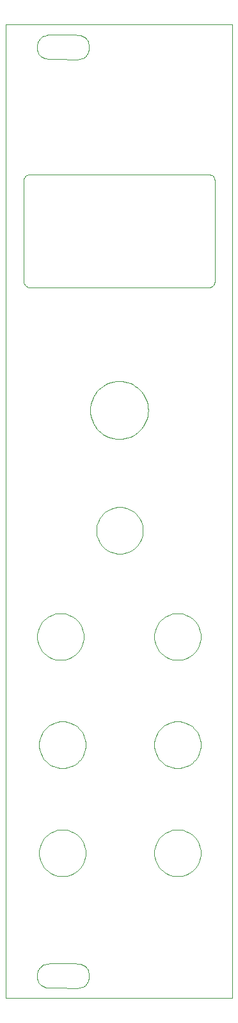
<source format=gbr>
%TF.GenerationSoftware,KiCad,Pcbnew,8.0.8*%
%TF.CreationDate,2025-01-17T16:13:05-03:00*%
%TF.ProjectId,DQ-Panel,44512d50-616e-4656-9c2e-6b696361645f,rev?*%
%TF.SameCoordinates,Original*%
%TF.FileFunction,Profile,NP*%
%FSLAX46Y46*%
G04 Gerber Fmt 4.6, Leading zero omitted, Abs format (unit mm)*
G04 Created by KiCad (PCBNEW 8.0.8) date 2025-01-17 16:13:05*
%MOMM*%
%LPD*%
G01*
G04 APERTURE LIST*
%TA.AperFunction,Profile*%
%ADD10C,0.100000*%
%TD*%
G04 APERTURE END LIST*
D10*
X42890430Y-30900280D02*
X42629330Y-30908680D01*
X42629330Y-30908680D02*
X42389430Y-30933180D01*
X42389430Y-30933180D02*
X42170130Y-30973080D01*
X42170130Y-30973080D02*
X41970730Y-31027580D01*
X41970730Y-31027580D02*
X41790730Y-31095780D01*
X41790730Y-31095780D02*
X41629630Y-31176880D01*
X41629630Y-31176880D02*
X41486630Y-31270180D01*
X41486630Y-31270180D02*
X41361230Y-31374680D01*
X41361230Y-31374680D02*
X41252730Y-31489680D01*
X41252730Y-31489680D02*
X41160730Y-31614380D01*
X41160730Y-31614380D02*
X41084530Y-31747880D01*
X41084530Y-31747880D02*
X41023530Y-31889480D01*
X41023530Y-31889480D02*
X40977130Y-32038280D01*
X40977130Y-32038280D02*
X40944630Y-32193480D01*
X40944630Y-32193480D02*
X40919430Y-32519780D01*
X40919430Y-32519780D02*
X40940330Y-32846180D01*
X40940330Y-32846180D02*
X41008530Y-33150180D01*
X41008530Y-33150180D02*
X41063130Y-33291780D01*
X41063130Y-33291780D02*
X41132730Y-33425280D01*
X41132730Y-33425280D02*
X41218430Y-33549980D01*
X41218430Y-33549980D02*
X41321330Y-33664980D01*
X41321330Y-33664980D02*
X41442430Y-33769480D01*
X41442430Y-33769480D02*
X41582830Y-33862780D01*
X41582830Y-33862780D02*
X41743630Y-33943880D01*
X41743630Y-33943880D02*
X41925830Y-34012080D01*
X41925830Y-34012080D02*
X42130630Y-34066580D01*
X42130630Y-34066580D02*
X42358930Y-34106480D01*
X42358930Y-34106480D02*
X42611830Y-34130980D01*
X42611830Y-34130980D02*
X42890430Y-34139380D01*
X42890430Y-34139380D02*
X44239030Y-34140580D01*
X44239030Y-34140580D02*
X45528130Y-34161580D01*
X45528130Y-34161580D02*
X45534430Y-34161580D01*
X45534430Y-34161580D02*
X46201430Y-34155780D01*
X46201430Y-34155780D02*
X46557730Y-34129780D01*
X46557730Y-34129780D02*
X46874030Y-34052280D01*
X46874030Y-34052280D02*
X47016330Y-33994380D01*
X47016330Y-33994380D02*
X47147830Y-33923680D01*
X47147830Y-33923680D02*
X47268130Y-33840480D01*
X47268130Y-33840480D02*
X47377030Y-33744680D01*
X47377030Y-33744680D02*
X47474130Y-33636380D01*
X47474130Y-33636380D02*
X47559230Y-33515580D01*
X47559230Y-33515580D02*
X47631930Y-33382580D01*
X47631930Y-33382580D02*
X47692130Y-33237180D01*
X47692130Y-33237180D02*
X47739430Y-33079580D01*
X47739430Y-33079580D02*
X47773630Y-32909780D01*
X47773630Y-32909780D02*
X47801230Y-32534080D01*
X47801230Y-32534080D02*
X47785930Y-32261980D01*
X47785930Y-32261980D02*
X47741930Y-32021880D01*
X47741930Y-32021880D02*
X47671730Y-31811780D01*
X47671730Y-31811780D02*
X47578130Y-31629580D01*
X47578130Y-31629580D02*
X47463730Y-31473380D01*
X47463730Y-31473380D02*
X47331230Y-31341280D01*
X47331230Y-31341280D02*
X47183330Y-31231080D01*
X47183330Y-31231080D02*
X47022730Y-31140880D01*
X47022730Y-31140880D02*
X46852030Y-31068780D01*
X46852030Y-31068780D02*
X46673830Y-31012580D01*
X46673830Y-31012580D02*
X46306130Y-30940380D01*
X46306130Y-30940380D02*
X45940930Y-30908280D01*
X45940930Y-30908280D02*
X45599630Y-30900280D01*
X45599630Y-30900280D02*
X44264130Y-30900780D01*
X44264130Y-30900780D02*
X42890430Y-30900280D01*
X42890430Y-30900280D02*
X42890430Y-30900280D01*
X42890430Y-30900280D02*
X42890430Y-30900280D01*
X42890430Y-153418830D02*
X42629330Y-153427830D01*
X42629330Y-153427830D02*
X42389430Y-153451830D01*
X42389430Y-153451830D02*
X42170130Y-153491830D01*
X42170130Y-153491830D02*
X41970730Y-153546830D01*
X41970730Y-153546830D02*
X41790730Y-153614830D01*
X41790730Y-153614830D02*
X41629630Y-153695830D01*
X41629630Y-153695830D02*
X41486630Y-153788830D01*
X41486630Y-153788830D02*
X41361230Y-153893830D01*
X41361230Y-153893830D02*
X41252730Y-154008830D01*
X41252730Y-154008830D02*
X41160730Y-154132830D01*
X41160730Y-154132830D02*
X41084530Y-154266830D01*
X41084530Y-154266830D02*
X41023530Y-154408830D01*
X41023530Y-154408830D02*
X40977130Y-154556830D01*
X40977130Y-154556830D02*
X40944630Y-154711830D01*
X40944630Y-154711830D02*
X40919430Y-155038830D01*
X40919430Y-155038830D02*
X40940330Y-155364830D01*
X40940330Y-155364830D02*
X41008530Y-155668830D01*
X41008530Y-155668830D02*
X41063130Y-155810830D01*
X41063130Y-155810830D02*
X41132730Y-155943830D01*
X41132730Y-155943830D02*
X41218430Y-156068830D01*
X41218430Y-156068830D02*
X41321330Y-156183830D01*
X41321330Y-156183830D02*
X41442430Y-156288830D01*
X41442430Y-156288830D02*
X41582830Y-156381830D01*
X41582830Y-156381830D02*
X41743630Y-156462830D01*
X41743630Y-156462830D02*
X41925830Y-156530830D01*
X41925830Y-156530830D02*
X42130630Y-156585830D01*
X42130630Y-156585830D02*
X42358930Y-156624830D01*
X42358930Y-156624830D02*
X42611830Y-156649830D01*
X42611830Y-156649830D02*
X42890430Y-156657830D01*
X42890430Y-156657830D02*
X44239030Y-156658830D01*
X44239030Y-156658830D02*
X45528130Y-156679830D01*
X45528130Y-156679830D02*
X45534430Y-156679830D01*
X45534430Y-156679830D02*
X46201430Y-156673830D01*
X46201430Y-156673830D02*
X46557730Y-156647830D01*
X46557730Y-156647830D02*
X46874030Y-156570830D01*
X46874030Y-156570830D02*
X47016330Y-156512830D01*
X47016330Y-156512830D02*
X47147830Y-156441830D01*
X47147830Y-156441830D02*
X47268130Y-156358830D01*
X47268130Y-156358830D02*
X47377030Y-156262830D01*
X47377030Y-156262830D02*
X47474130Y-156154830D01*
X47474130Y-156154830D02*
X47559230Y-156033830D01*
X47559230Y-156033830D02*
X47631930Y-155900830D01*
X47631930Y-155900830D02*
X47692130Y-155755830D01*
X47692130Y-155755830D02*
X47739430Y-155597830D01*
X47739430Y-155597830D02*
X47773630Y-155427830D01*
X47773630Y-155427830D02*
X47801230Y-155052830D01*
X47801230Y-155052830D02*
X47785930Y-154780830D01*
X47785930Y-154780830D02*
X47741930Y-154540830D01*
X47741930Y-154540830D02*
X47671730Y-154329830D01*
X47671730Y-154329830D02*
X47578130Y-154147830D01*
X47578130Y-154147830D02*
X47463730Y-153991830D01*
X47463730Y-153991830D02*
X47331230Y-153859830D01*
X47331230Y-153859830D02*
X47183330Y-153749830D01*
X47183330Y-153749830D02*
X47022730Y-153659830D01*
X47022730Y-153659830D02*
X46852030Y-153586830D01*
X46852030Y-153586830D02*
X46673830Y-153530830D01*
X46673830Y-153530830D02*
X46306130Y-153458830D01*
X46306130Y-153458830D02*
X45940930Y-153426830D01*
X45940930Y-153426830D02*
X45599630Y-153418830D01*
X45599630Y-153418830D02*
X44264130Y-153418830D01*
X44264130Y-153418830D02*
X42890430Y-153418830D01*
X42890430Y-153418830D02*
X42890430Y-153418830D01*
X42890430Y-153418830D02*
X42890430Y-153418830D01*
X55616430Y-80433130D02*
X55597830Y-80811330D01*
X55597830Y-80811330D02*
X55542330Y-81183230D01*
X55542330Y-81183230D02*
X55451130Y-81545230D01*
X55451130Y-81545230D02*
X55325230Y-81897230D01*
X55325230Y-81897230D02*
X55165830Y-82234330D01*
X55165830Y-82234330D02*
X54973830Y-82555230D01*
X54973830Y-82555230D02*
X54750130Y-82857530D01*
X54750130Y-82857530D02*
X54496230Y-83137430D01*
X54496230Y-83137430D02*
X54215530Y-83392430D01*
X54215530Y-83392430D02*
X53913530Y-83616230D01*
X53913530Y-83616230D02*
X53592630Y-83807830D01*
X53592630Y-83807830D02*
X53255230Y-83967130D01*
X53255230Y-83967130D02*
X52903830Y-84092730D01*
X52903830Y-84092730D02*
X52541130Y-84184730D01*
X52541130Y-84184730D02*
X52169430Y-84239530D01*
X52169430Y-84239530D02*
X51791430Y-84258130D01*
X51791430Y-84258130D02*
X51413430Y-84239530D01*
X51413430Y-84239530D02*
X51041730Y-84184730D01*
X51041730Y-84184730D02*
X50679030Y-84092730D01*
X50679030Y-84092730D02*
X50327630Y-83967130D01*
X50327630Y-83967130D02*
X49990230Y-83807830D01*
X49990230Y-83807830D02*
X49669330Y-83616230D01*
X49669330Y-83616230D02*
X49367330Y-83392430D01*
X49367330Y-83392430D02*
X49086730Y-83137430D01*
X49086730Y-83137430D02*
X48832730Y-82857530D01*
X48832730Y-82857530D02*
X48609030Y-82555230D01*
X48609030Y-82555230D02*
X48417130Y-82234330D01*
X48417130Y-82234330D02*
X48257630Y-81897230D01*
X48257630Y-81897230D02*
X48131730Y-81545230D01*
X48131730Y-81545230D02*
X48040530Y-81183230D01*
X48040530Y-81183230D02*
X47985130Y-80811330D01*
X47985130Y-80811330D02*
X47966430Y-80433130D01*
X47966430Y-80433130D02*
X47985130Y-80054930D01*
X47985130Y-80054930D02*
X48040530Y-79683130D01*
X48040530Y-79683130D02*
X48131730Y-79321030D01*
X48131730Y-79321030D02*
X48257630Y-78969030D01*
X48257630Y-78969030D02*
X48417130Y-78632030D01*
X48417130Y-78632030D02*
X48609030Y-78311030D01*
X48609030Y-78311030D02*
X48832730Y-78008730D01*
X48832730Y-78008730D02*
X49086730Y-77728930D01*
X49086730Y-77728930D02*
X49367330Y-77475130D01*
X49367330Y-77475130D02*
X49669330Y-77251230D01*
X49669330Y-77251230D02*
X49990230Y-77058430D01*
X49990230Y-77058430D02*
X50327630Y-76899230D01*
X50327630Y-76899230D02*
X50679030Y-76773530D01*
X50679030Y-76773530D02*
X51041730Y-76682730D01*
X51041730Y-76682730D02*
X51413430Y-76626830D01*
X51413430Y-76626830D02*
X51791430Y-76608130D01*
X51791430Y-76608130D02*
X52169430Y-76626830D01*
X52169430Y-76626830D02*
X52541130Y-76682730D01*
X52541130Y-76682730D02*
X52903830Y-76773530D01*
X52903830Y-76773530D02*
X53255230Y-76899230D01*
X53255230Y-76899230D02*
X53592630Y-77058430D01*
X53592630Y-77058430D02*
X53913530Y-77251230D01*
X53913530Y-77251230D02*
X54215530Y-77475130D01*
X54215530Y-77475130D02*
X54496230Y-77728930D01*
X54496230Y-77728930D02*
X54750130Y-78008730D01*
X54750130Y-78008730D02*
X54973830Y-78311030D01*
X54973830Y-78311030D02*
X55165830Y-78632030D01*
X55165830Y-78632030D02*
X55325230Y-78969030D01*
X55325230Y-78969030D02*
X55451130Y-79321030D01*
X55451130Y-79321030D02*
X55542330Y-79683130D01*
X55542330Y-79683130D02*
X55597830Y-80054930D01*
X55597830Y-80054930D02*
X55616430Y-80433130D01*
X55616430Y-80433130D02*
X55616430Y-80433130D01*
X36817830Y-29564830D02*
X66767830Y-29564830D01*
X66767830Y-29564830D02*
X66767830Y-158014830D01*
X66767830Y-158014830D02*
X36817830Y-158014830D01*
X36817830Y-158014830D02*
X36817830Y-29564830D01*
X36817830Y-29564830D02*
X36817830Y-29564830D01*
X62589430Y-138849830D02*
X62574430Y-139153830D01*
X62574430Y-139153830D02*
X62529830Y-139452830D01*
X62529830Y-139452830D02*
X62456530Y-139743830D01*
X62456530Y-139743830D02*
X62355330Y-140026830D01*
X62355330Y-140026830D02*
X62227130Y-140297830D01*
X62227130Y-140297830D02*
X62072830Y-140555830D01*
X62072830Y-140555830D02*
X61893030Y-140798830D01*
X61893030Y-140798830D02*
X61688830Y-141023830D01*
X61688830Y-141023830D02*
X61463230Y-141228830D01*
X61463230Y-141228830D02*
X61220430Y-141408830D01*
X61220430Y-141408830D02*
X60962430Y-141562830D01*
X60962430Y-141562830D02*
X60691230Y-141690830D01*
X60691230Y-141690830D02*
X60408730Y-141791830D01*
X60408730Y-141791830D02*
X60117130Y-141865830D01*
X60117130Y-141865830D02*
X59818330Y-141909830D01*
X59818330Y-141909830D02*
X59514430Y-141924830D01*
X59514430Y-141924830D02*
X59210530Y-141909830D01*
X59210530Y-141909830D02*
X58911730Y-141865830D01*
X58911730Y-141865830D02*
X58620130Y-141791830D01*
X58620130Y-141791830D02*
X58337630Y-141690830D01*
X58337630Y-141690830D02*
X58066430Y-141562830D01*
X58066430Y-141562830D02*
X57808430Y-141408830D01*
X57808430Y-141408830D02*
X57565630Y-141228830D01*
X57565630Y-141228830D02*
X57340030Y-141023830D01*
X57340030Y-141023830D02*
X57135830Y-140798830D01*
X57135830Y-140798830D02*
X56956030Y-140555830D01*
X56956030Y-140555830D02*
X56801730Y-140297830D01*
X56801730Y-140297830D02*
X56673530Y-140026830D01*
X56673530Y-140026830D02*
X56572330Y-139743830D01*
X56572330Y-139743830D02*
X56499030Y-139452830D01*
X56499030Y-139452830D02*
X56454430Y-139153830D01*
X56454430Y-139153830D02*
X56439430Y-138849830D01*
X56439430Y-138849830D02*
X56454430Y-138545830D01*
X56454430Y-138545830D02*
X56499030Y-138246830D01*
X56499030Y-138246830D02*
X56572330Y-137955830D01*
X56572330Y-137955830D02*
X56673530Y-137672830D01*
X56673530Y-137672830D02*
X56801730Y-137401830D01*
X56801730Y-137401830D02*
X56956030Y-137143830D01*
X56956030Y-137143830D02*
X57135830Y-136900830D01*
X57135830Y-136900830D02*
X57340030Y-136675830D01*
X57340030Y-136675830D02*
X57565630Y-136471830D01*
X57565630Y-136471830D02*
X57808430Y-136291830D01*
X57808430Y-136291830D02*
X58066430Y-136136830D01*
X58066430Y-136136830D02*
X58337630Y-136008830D01*
X58337630Y-136008830D02*
X58620130Y-135907830D01*
X58620130Y-135907830D02*
X58911730Y-135834830D01*
X58911730Y-135834830D02*
X59210530Y-135789830D01*
X59210530Y-135789830D02*
X59514430Y-135774830D01*
X59514430Y-135774830D02*
X59818330Y-135789830D01*
X59818330Y-135789830D02*
X60117130Y-135834830D01*
X60117130Y-135834830D02*
X60408730Y-135907830D01*
X60408730Y-135907830D02*
X60691230Y-136008830D01*
X60691230Y-136008830D02*
X60962430Y-136136830D01*
X60962430Y-136136830D02*
X61220430Y-136291830D01*
X61220430Y-136291830D02*
X61463230Y-136471830D01*
X61463230Y-136471830D02*
X61688830Y-136675830D01*
X61688830Y-136675830D02*
X61893030Y-136900830D01*
X61893030Y-136900830D02*
X62072830Y-137143830D01*
X62072830Y-137143830D02*
X62227130Y-137401830D01*
X62227130Y-137401830D02*
X62355330Y-137672830D01*
X62355330Y-137672830D02*
X62456530Y-137955830D01*
X62456530Y-137955830D02*
X62529830Y-138246830D01*
X62529830Y-138246830D02*
X62574430Y-138545830D01*
X62574430Y-138545830D02*
X62589430Y-138849830D01*
X62589430Y-138849830D02*
X62589430Y-138849830D01*
X47095430Y-110316830D02*
X47080430Y-110620830D01*
X47080430Y-110620830D02*
X47035830Y-110919830D01*
X47035830Y-110919830D02*
X46962530Y-111210830D01*
X46962530Y-111210830D02*
X46861330Y-111493830D01*
X46861330Y-111493830D02*
X46733130Y-111764830D01*
X46733130Y-111764830D02*
X46578830Y-112022830D01*
X46578830Y-112022830D02*
X46399030Y-112265830D01*
X46399030Y-112265830D02*
X46194830Y-112490830D01*
X46194830Y-112490830D02*
X45969230Y-112695830D01*
X45969230Y-112695830D02*
X45726430Y-112875830D01*
X45726430Y-112875830D02*
X45468430Y-113029830D01*
X45468430Y-113029830D02*
X45197230Y-113157830D01*
X45197230Y-113157830D02*
X44914730Y-113258830D01*
X44914730Y-113258830D02*
X44623130Y-113332830D01*
X44623130Y-113332830D02*
X44324330Y-113376830D01*
X44324330Y-113376830D02*
X44020430Y-113391830D01*
X44020430Y-113391830D02*
X43716530Y-113376830D01*
X43716530Y-113376830D02*
X43417730Y-113332830D01*
X43417730Y-113332830D02*
X43126130Y-113258830D01*
X43126130Y-113258830D02*
X42843630Y-113157830D01*
X42843630Y-113157830D02*
X42572430Y-113029830D01*
X42572430Y-113029830D02*
X42314430Y-112875830D01*
X42314430Y-112875830D02*
X42071630Y-112695830D01*
X42071630Y-112695830D02*
X41846030Y-112490830D01*
X41846030Y-112490830D02*
X41641830Y-112265830D01*
X41641830Y-112265830D02*
X41462030Y-112022830D01*
X41462030Y-112022830D02*
X41307730Y-111764830D01*
X41307730Y-111764830D02*
X41179530Y-111493830D01*
X41179530Y-111493830D02*
X41078330Y-111210830D01*
X41078330Y-111210830D02*
X41005030Y-110919830D01*
X41005030Y-110919830D02*
X40960430Y-110620830D01*
X40960430Y-110620830D02*
X40945430Y-110316830D01*
X40945430Y-110316830D02*
X40960430Y-110012830D01*
X40960430Y-110012830D02*
X41005030Y-109713830D01*
X41005030Y-109713830D02*
X41078330Y-109422830D01*
X41078330Y-109422830D02*
X41179530Y-109139830D01*
X41179530Y-109139830D02*
X41307730Y-108868830D01*
X41307730Y-108868830D02*
X41462030Y-108610830D01*
X41462030Y-108610830D02*
X41641830Y-108367830D01*
X41641830Y-108367830D02*
X41846030Y-108142830D01*
X41846030Y-108142830D02*
X42071630Y-107938830D01*
X42071630Y-107938830D02*
X42314430Y-107758830D01*
X42314430Y-107758830D02*
X42572430Y-107603830D01*
X42572430Y-107603830D02*
X42843630Y-107475830D01*
X42843630Y-107475830D02*
X43126130Y-107374830D01*
X43126130Y-107374830D02*
X43417730Y-107301830D01*
X43417730Y-107301830D02*
X43716530Y-107256830D01*
X43716530Y-107256830D02*
X44020430Y-107241830D01*
X44020430Y-107241830D02*
X44324330Y-107256830D01*
X44324330Y-107256830D02*
X44623130Y-107301830D01*
X44623130Y-107301830D02*
X44914730Y-107374830D01*
X44914730Y-107374830D02*
X45197230Y-107475830D01*
X45197230Y-107475830D02*
X45468430Y-107603830D01*
X45468430Y-107603830D02*
X45726430Y-107758830D01*
X45726430Y-107758830D02*
X45969230Y-107938830D01*
X45969230Y-107938830D02*
X46194830Y-108142830D01*
X46194830Y-108142830D02*
X46399030Y-108367830D01*
X46399030Y-108367830D02*
X46578830Y-108610830D01*
X46578830Y-108610830D02*
X46733130Y-108868830D01*
X46733130Y-108868830D02*
X46861330Y-109139830D01*
X46861330Y-109139830D02*
X46962530Y-109422830D01*
X46962530Y-109422830D02*
X47035830Y-109713830D01*
X47035830Y-109713830D02*
X47080430Y-110012830D01*
X47080430Y-110012830D02*
X47095430Y-110316830D01*
X47095430Y-110316830D02*
X47095430Y-110316830D01*
X62589430Y-110316830D02*
X62574430Y-110620830D01*
X62574430Y-110620830D02*
X62529830Y-110919830D01*
X62529830Y-110919830D02*
X62456530Y-111210830D01*
X62456530Y-111210830D02*
X62355330Y-111493830D01*
X62355330Y-111493830D02*
X62227130Y-111764830D01*
X62227130Y-111764830D02*
X62072830Y-112022830D01*
X62072830Y-112022830D02*
X61893030Y-112265830D01*
X61893030Y-112265830D02*
X61688830Y-112490830D01*
X61688830Y-112490830D02*
X61463230Y-112695830D01*
X61463230Y-112695830D02*
X61220430Y-112875830D01*
X61220430Y-112875830D02*
X60962430Y-113029830D01*
X60962430Y-113029830D02*
X60691230Y-113157830D01*
X60691230Y-113157830D02*
X60408730Y-113258830D01*
X60408730Y-113258830D02*
X60117130Y-113332830D01*
X60117130Y-113332830D02*
X59818330Y-113376830D01*
X59818330Y-113376830D02*
X59514430Y-113391830D01*
X59514430Y-113391830D02*
X59210530Y-113376830D01*
X59210530Y-113376830D02*
X58911730Y-113332830D01*
X58911730Y-113332830D02*
X58620130Y-113258830D01*
X58620130Y-113258830D02*
X58337630Y-113157830D01*
X58337630Y-113157830D02*
X58066430Y-113029830D01*
X58066430Y-113029830D02*
X57808430Y-112875830D01*
X57808430Y-112875830D02*
X57565630Y-112695830D01*
X57565630Y-112695830D02*
X57340030Y-112490830D01*
X57340030Y-112490830D02*
X57135830Y-112265830D01*
X57135830Y-112265830D02*
X56956030Y-112022830D01*
X56956030Y-112022830D02*
X56801730Y-111764830D01*
X56801730Y-111764830D02*
X56673530Y-111493830D01*
X56673530Y-111493830D02*
X56572330Y-111210830D01*
X56572330Y-111210830D02*
X56499030Y-110919830D01*
X56499030Y-110919830D02*
X56454430Y-110620830D01*
X56454430Y-110620830D02*
X56439430Y-110316830D01*
X56439430Y-110316830D02*
X56454430Y-110012830D01*
X56454430Y-110012830D02*
X56499030Y-109713830D01*
X56499030Y-109713830D02*
X56572330Y-109422830D01*
X56572330Y-109422830D02*
X56673530Y-109139830D01*
X56673530Y-109139830D02*
X56801730Y-108868830D01*
X56801730Y-108868830D02*
X56956030Y-108610830D01*
X56956030Y-108610830D02*
X57135830Y-108367830D01*
X57135830Y-108367830D02*
X57340030Y-108142830D01*
X57340030Y-108142830D02*
X57565630Y-107938830D01*
X57565630Y-107938830D02*
X57808430Y-107758830D01*
X57808430Y-107758830D02*
X58066430Y-107603830D01*
X58066430Y-107603830D02*
X58337630Y-107475830D01*
X58337630Y-107475830D02*
X58620130Y-107374830D01*
X58620130Y-107374830D02*
X58911730Y-107301830D01*
X58911730Y-107301830D02*
X59210530Y-107256830D01*
X59210530Y-107256830D02*
X59514430Y-107241830D01*
X59514430Y-107241830D02*
X59818330Y-107256830D01*
X59818330Y-107256830D02*
X60117130Y-107301830D01*
X60117130Y-107301830D02*
X60408730Y-107374830D01*
X60408730Y-107374830D02*
X60691230Y-107475830D01*
X60691230Y-107475830D02*
X60962430Y-107603830D01*
X60962430Y-107603830D02*
X61220430Y-107758830D01*
X61220430Y-107758830D02*
X61463230Y-107938830D01*
X61463230Y-107938830D02*
X61688830Y-108142830D01*
X61688830Y-108142830D02*
X61893030Y-108367830D01*
X61893030Y-108367830D02*
X62072830Y-108610830D01*
X62072830Y-108610830D02*
X62227130Y-108868830D01*
X62227130Y-108868830D02*
X62355330Y-109139830D01*
X62355330Y-109139830D02*
X62456530Y-109422830D01*
X62456530Y-109422830D02*
X62529830Y-109713830D01*
X62529830Y-109713830D02*
X62574430Y-110012830D01*
X62574430Y-110012830D02*
X62589430Y-110316830D01*
X62589430Y-110316830D02*
X62589430Y-110316830D01*
X47349430Y-124583130D02*
X47334430Y-124887130D01*
X47334430Y-124887130D02*
X47289830Y-125186130D01*
X47289830Y-125186130D02*
X47216530Y-125477130D01*
X47216530Y-125477130D02*
X47115330Y-125760130D01*
X47115330Y-125760130D02*
X46987130Y-126031130D01*
X46987130Y-126031130D02*
X46832830Y-126289130D01*
X46832830Y-126289130D02*
X46653030Y-126532130D01*
X46653030Y-126532130D02*
X46448830Y-126757130D01*
X46448830Y-126757130D02*
X46223230Y-126962130D01*
X46223230Y-126962130D02*
X45980430Y-127142130D01*
X45980430Y-127142130D02*
X45722430Y-127296130D01*
X45722430Y-127296130D02*
X45451230Y-127424130D01*
X45451230Y-127424130D02*
X45168730Y-127525130D01*
X45168730Y-127525130D02*
X44877130Y-127599130D01*
X44877130Y-127599130D02*
X44578330Y-127643130D01*
X44578330Y-127643130D02*
X44274430Y-127658130D01*
X44274430Y-127658130D02*
X43970530Y-127643130D01*
X43970530Y-127643130D02*
X43671730Y-127599130D01*
X43671730Y-127599130D02*
X43380130Y-127525130D01*
X43380130Y-127525130D02*
X43097630Y-127424130D01*
X43097630Y-127424130D02*
X42826430Y-127296130D01*
X42826430Y-127296130D02*
X42568430Y-127142130D01*
X42568430Y-127142130D02*
X42325630Y-126962130D01*
X42325630Y-126962130D02*
X42100030Y-126757130D01*
X42100030Y-126757130D02*
X41895830Y-126532130D01*
X41895830Y-126532130D02*
X41716030Y-126289130D01*
X41716030Y-126289130D02*
X41561730Y-126031130D01*
X41561730Y-126031130D02*
X41433530Y-125760130D01*
X41433530Y-125760130D02*
X41332330Y-125477130D01*
X41332330Y-125477130D02*
X41259030Y-125186130D01*
X41259030Y-125186130D02*
X41214430Y-124887130D01*
X41214430Y-124887130D02*
X41199430Y-124583130D01*
X41199430Y-124583130D02*
X41214430Y-124279130D01*
X41214430Y-124279130D02*
X41259030Y-123980130D01*
X41259030Y-123980130D02*
X41332330Y-123689130D01*
X41332330Y-123689130D02*
X41433530Y-123406130D01*
X41433530Y-123406130D02*
X41561730Y-123135130D01*
X41561730Y-123135130D02*
X41716030Y-122877130D01*
X41716030Y-122877130D02*
X41895830Y-122634130D01*
X41895830Y-122634130D02*
X42100030Y-122409130D01*
X42100030Y-122409130D02*
X42325630Y-122205130D01*
X42325630Y-122205130D02*
X42568430Y-122025130D01*
X42568430Y-122025130D02*
X42826430Y-121870130D01*
X42826430Y-121870130D02*
X43097630Y-121742130D01*
X43097630Y-121742130D02*
X43380130Y-121641130D01*
X43380130Y-121641130D02*
X43671730Y-121568130D01*
X43671730Y-121568130D02*
X43970530Y-121523130D01*
X43970530Y-121523130D02*
X44274430Y-121508130D01*
X44274430Y-121508130D02*
X44578330Y-121523130D01*
X44578330Y-121523130D02*
X44877130Y-121568130D01*
X44877130Y-121568130D02*
X45168730Y-121641130D01*
X45168730Y-121641130D02*
X45451230Y-121742130D01*
X45451230Y-121742130D02*
X45722430Y-121870130D01*
X45722430Y-121870130D02*
X45980430Y-122025130D01*
X45980430Y-122025130D02*
X46223230Y-122205130D01*
X46223230Y-122205130D02*
X46448830Y-122409130D01*
X46448830Y-122409130D02*
X46653030Y-122634130D01*
X46653030Y-122634130D02*
X46832830Y-122877130D01*
X46832830Y-122877130D02*
X46987130Y-123135130D01*
X46987130Y-123135130D02*
X47115330Y-123406130D01*
X47115330Y-123406130D02*
X47216530Y-123689130D01*
X47216530Y-123689130D02*
X47289830Y-123980130D01*
X47289830Y-123980130D02*
X47334430Y-124279130D01*
X47334430Y-124279130D02*
X47349430Y-124583130D01*
X47349430Y-124583130D02*
X47349430Y-124583130D01*
X62589430Y-124583130D02*
X62574430Y-124887130D01*
X62574430Y-124887130D02*
X62529830Y-125186130D01*
X62529830Y-125186130D02*
X62456530Y-125477130D01*
X62456530Y-125477130D02*
X62355330Y-125760130D01*
X62355330Y-125760130D02*
X62227130Y-126031130D01*
X62227130Y-126031130D02*
X62072830Y-126289130D01*
X62072830Y-126289130D02*
X61893030Y-126532130D01*
X61893030Y-126532130D02*
X61688830Y-126757130D01*
X61688830Y-126757130D02*
X61463230Y-126962130D01*
X61463230Y-126962130D02*
X61220430Y-127142130D01*
X61220430Y-127142130D02*
X60962430Y-127296130D01*
X60962430Y-127296130D02*
X60691230Y-127424130D01*
X60691230Y-127424130D02*
X60408730Y-127525130D01*
X60408730Y-127525130D02*
X60117130Y-127599130D01*
X60117130Y-127599130D02*
X59818330Y-127643130D01*
X59818330Y-127643130D02*
X59514430Y-127658130D01*
X59514430Y-127658130D02*
X59210530Y-127643130D01*
X59210530Y-127643130D02*
X58911730Y-127599130D01*
X58911730Y-127599130D02*
X58620130Y-127525130D01*
X58620130Y-127525130D02*
X58337630Y-127424130D01*
X58337630Y-127424130D02*
X58066430Y-127296130D01*
X58066430Y-127296130D02*
X57808430Y-127142130D01*
X57808430Y-127142130D02*
X57565630Y-126962130D01*
X57565630Y-126962130D02*
X57340030Y-126757130D01*
X57340030Y-126757130D02*
X57135830Y-126532130D01*
X57135830Y-126532130D02*
X56956030Y-126289130D01*
X56956030Y-126289130D02*
X56801730Y-126031130D01*
X56801730Y-126031130D02*
X56673530Y-125760130D01*
X56673530Y-125760130D02*
X56572330Y-125477130D01*
X56572330Y-125477130D02*
X56499030Y-125186130D01*
X56499030Y-125186130D02*
X56454430Y-124887130D01*
X56454430Y-124887130D02*
X56439430Y-124583130D01*
X56439430Y-124583130D02*
X56454430Y-124279130D01*
X56454430Y-124279130D02*
X56499030Y-123980130D01*
X56499030Y-123980130D02*
X56572330Y-123689130D01*
X56572330Y-123689130D02*
X56673530Y-123406130D01*
X56673530Y-123406130D02*
X56801730Y-123135130D01*
X56801730Y-123135130D02*
X56956030Y-122877130D01*
X56956030Y-122877130D02*
X57135830Y-122634130D01*
X57135830Y-122634130D02*
X57340030Y-122409130D01*
X57340030Y-122409130D02*
X57565630Y-122205130D01*
X57565630Y-122205130D02*
X57808430Y-122025130D01*
X57808430Y-122025130D02*
X58066430Y-121870130D01*
X58066430Y-121870130D02*
X58337630Y-121742130D01*
X58337630Y-121742130D02*
X58620130Y-121641130D01*
X58620130Y-121641130D02*
X58911730Y-121568130D01*
X58911730Y-121568130D02*
X59210530Y-121523130D01*
X59210530Y-121523130D02*
X59514430Y-121508130D01*
X59514430Y-121508130D02*
X59818330Y-121523130D01*
X59818330Y-121523130D02*
X60117130Y-121568130D01*
X60117130Y-121568130D02*
X60408730Y-121641130D01*
X60408730Y-121641130D02*
X60691230Y-121742130D01*
X60691230Y-121742130D02*
X60962430Y-121870130D01*
X60962430Y-121870130D02*
X61220430Y-122025130D01*
X61220430Y-122025130D02*
X61463230Y-122205130D01*
X61463230Y-122205130D02*
X61688830Y-122409130D01*
X61688830Y-122409130D02*
X61893030Y-122634130D01*
X61893030Y-122634130D02*
X62072830Y-122877130D01*
X62072830Y-122877130D02*
X62227130Y-123135130D01*
X62227130Y-123135130D02*
X62355330Y-123406130D01*
X62355330Y-123406130D02*
X62456530Y-123689130D01*
X62456530Y-123689130D02*
X62529830Y-123980130D01*
X62529830Y-123980130D02*
X62574430Y-124279130D01*
X62574430Y-124279130D02*
X62589430Y-124583130D01*
X62589430Y-124583130D02*
X62589430Y-124583130D01*
X47349430Y-138849830D02*
X47334430Y-139153830D01*
X47334430Y-139153830D02*
X47289830Y-139452830D01*
X47289830Y-139452830D02*
X47216530Y-139743830D01*
X47216530Y-139743830D02*
X47115330Y-140026830D01*
X47115330Y-140026830D02*
X46987130Y-140297830D01*
X46987130Y-140297830D02*
X46832830Y-140555830D01*
X46832830Y-140555830D02*
X46653030Y-140798830D01*
X46653030Y-140798830D02*
X46448830Y-141023830D01*
X46448830Y-141023830D02*
X46223230Y-141228830D01*
X46223230Y-141228830D02*
X45980430Y-141408830D01*
X45980430Y-141408830D02*
X45722430Y-141562830D01*
X45722430Y-141562830D02*
X45451230Y-141690830D01*
X45451230Y-141690830D02*
X45168730Y-141791830D01*
X45168730Y-141791830D02*
X44877130Y-141865830D01*
X44877130Y-141865830D02*
X44578330Y-141909830D01*
X44578330Y-141909830D02*
X44274430Y-141924830D01*
X44274430Y-141924830D02*
X43970530Y-141909830D01*
X43970530Y-141909830D02*
X43671730Y-141865830D01*
X43671730Y-141865830D02*
X43380130Y-141791830D01*
X43380130Y-141791830D02*
X43097630Y-141690830D01*
X43097630Y-141690830D02*
X42826430Y-141562830D01*
X42826430Y-141562830D02*
X42568430Y-141408830D01*
X42568430Y-141408830D02*
X42325630Y-141228830D01*
X42325630Y-141228830D02*
X42100030Y-141023830D01*
X42100030Y-141023830D02*
X41895830Y-140798830D01*
X41895830Y-140798830D02*
X41716030Y-140555830D01*
X41716030Y-140555830D02*
X41561730Y-140297830D01*
X41561730Y-140297830D02*
X41433530Y-140026830D01*
X41433530Y-140026830D02*
X41332330Y-139743830D01*
X41332330Y-139743830D02*
X41259030Y-139452830D01*
X41259030Y-139452830D02*
X41214430Y-139153830D01*
X41214430Y-139153830D02*
X41199430Y-138849830D01*
X41199430Y-138849830D02*
X41214430Y-138545830D01*
X41214430Y-138545830D02*
X41259030Y-138246830D01*
X41259030Y-138246830D02*
X41332330Y-137955830D01*
X41332330Y-137955830D02*
X41433530Y-137672830D01*
X41433530Y-137672830D02*
X41561730Y-137401830D01*
X41561730Y-137401830D02*
X41716030Y-137143830D01*
X41716030Y-137143830D02*
X41895830Y-136900830D01*
X41895830Y-136900830D02*
X42100030Y-136675830D01*
X42100030Y-136675830D02*
X42325630Y-136471830D01*
X42325630Y-136471830D02*
X42568430Y-136291830D01*
X42568430Y-136291830D02*
X42826430Y-136136830D01*
X42826430Y-136136830D02*
X43097630Y-136008830D01*
X43097630Y-136008830D02*
X43380130Y-135907830D01*
X43380130Y-135907830D02*
X43671730Y-135834830D01*
X43671730Y-135834830D02*
X43970530Y-135789830D01*
X43970530Y-135789830D02*
X44274430Y-135774830D01*
X44274430Y-135774830D02*
X44578330Y-135789830D01*
X44578330Y-135789830D02*
X44877130Y-135834830D01*
X44877130Y-135834830D02*
X45168730Y-135907830D01*
X45168730Y-135907830D02*
X45451230Y-136008830D01*
X45451230Y-136008830D02*
X45722430Y-136136830D01*
X45722430Y-136136830D02*
X45980430Y-136291830D01*
X45980430Y-136291830D02*
X46223230Y-136471830D01*
X46223230Y-136471830D02*
X46448830Y-136675830D01*
X46448830Y-136675830D02*
X46653030Y-136900830D01*
X46653030Y-136900830D02*
X46832830Y-137143830D01*
X46832830Y-137143830D02*
X46987130Y-137401830D01*
X46987130Y-137401830D02*
X47115330Y-137672830D01*
X47115330Y-137672830D02*
X47216530Y-137955830D01*
X47216530Y-137955830D02*
X47289830Y-138246830D01*
X47289830Y-138246830D02*
X47334430Y-138545830D01*
X47334430Y-138545830D02*
X47349430Y-138849830D01*
X47349430Y-138849830D02*
X47349430Y-138849830D01*
X39932500Y-49339830D02*
X63653130Y-49339830D01*
X63653130Y-49339830D02*
X63808630Y-49355130D01*
X63808630Y-49355130D02*
X63953230Y-49398830D01*
X63953230Y-49398830D02*
X64083930Y-49468030D01*
X64083930Y-49468030D02*
X64197730Y-49559930D01*
X64197730Y-49559930D02*
X64291530Y-49671230D01*
X64291530Y-49671230D02*
X64362330Y-49799330D01*
X64362330Y-49799330D02*
X64407030Y-49940830D01*
X64407030Y-49940830D02*
X64422630Y-50092930D01*
X64422630Y-50092930D02*
X64422630Y-63481930D01*
X64422630Y-63481930D02*
X64407030Y-63634130D01*
X64407030Y-63634130D02*
X64362330Y-63775630D01*
X64362330Y-63775630D02*
X64291530Y-63903630D01*
X64291530Y-63903630D02*
X64197730Y-64014930D01*
X64197730Y-64014930D02*
X64083930Y-64106830D01*
X64083930Y-64106830D02*
X63953230Y-64176130D01*
X63953230Y-64176130D02*
X63808630Y-64219830D01*
X63808630Y-64219830D02*
X63653130Y-64235130D01*
X63653130Y-64235130D02*
X39932500Y-64235130D01*
X39932500Y-64235130D02*
X39777050Y-64219830D01*
X39777050Y-64219830D02*
X39632430Y-64176130D01*
X39632430Y-64176130D02*
X39501700Y-64106830D01*
X39501700Y-64106830D02*
X39387910Y-64014930D01*
X39387910Y-64014930D02*
X39294100Y-63903530D01*
X39294100Y-63903530D02*
X39223320Y-63775630D01*
X39223320Y-63775630D02*
X39178610Y-63634130D01*
X39178610Y-63634130D02*
X39163030Y-63481930D01*
X39163030Y-63481930D02*
X39163030Y-50092930D01*
X39163030Y-50092930D02*
X39178610Y-49940830D01*
X39178610Y-49940830D02*
X39223320Y-49799330D01*
X39223320Y-49799330D02*
X39294100Y-49671230D01*
X39294100Y-49671230D02*
X39387910Y-49559930D01*
X39387910Y-49559930D02*
X39501700Y-49468030D01*
X39501700Y-49468030D02*
X39632430Y-49398830D01*
X39632430Y-49398830D02*
X39777050Y-49355130D01*
X39777050Y-49355130D02*
X39932500Y-49339830D01*
X39932500Y-49339830D02*
X39932500Y-49339830D01*
X39932500Y-49339830D02*
X39932500Y-49339830D01*
X54931430Y-96304430D02*
X54916430Y-96608430D01*
X54916430Y-96608430D02*
X54871830Y-96907430D01*
X54871830Y-96907430D02*
X54798530Y-97198430D01*
X54798530Y-97198430D02*
X54697330Y-97481430D01*
X54697330Y-97481430D02*
X54569130Y-97752430D01*
X54569130Y-97752430D02*
X54414830Y-98010430D01*
X54414830Y-98010430D02*
X54235030Y-98253430D01*
X54235030Y-98253430D02*
X54030830Y-98478430D01*
X54030830Y-98478430D02*
X53805230Y-98683430D01*
X53805230Y-98683430D02*
X53562430Y-98863430D01*
X53562430Y-98863430D02*
X53304430Y-99017430D01*
X53304430Y-99017430D02*
X53033230Y-99145430D01*
X53033230Y-99145430D02*
X52750730Y-99246430D01*
X52750730Y-99246430D02*
X52459130Y-99320430D01*
X52459130Y-99320430D02*
X52160330Y-99364430D01*
X52160330Y-99364430D02*
X51856430Y-99379430D01*
X51856430Y-99379430D02*
X51552530Y-99364430D01*
X51552530Y-99364430D02*
X51253730Y-99320430D01*
X51253730Y-99320430D02*
X50962130Y-99246430D01*
X50962130Y-99246430D02*
X50679630Y-99145430D01*
X50679630Y-99145430D02*
X50408430Y-99017430D01*
X50408430Y-99017430D02*
X50150430Y-98863430D01*
X50150430Y-98863430D02*
X49907630Y-98683430D01*
X49907630Y-98683430D02*
X49682030Y-98478430D01*
X49682030Y-98478430D02*
X49477830Y-98253430D01*
X49477830Y-98253430D02*
X49298030Y-98010430D01*
X49298030Y-98010430D02*
X49143730Y-97752430D01*
X49143730Y-97752430D02*
X49015530Y-97481430D01*
X49015530Y-97481430D02*
X48914330Y-97198430D01*
X48914330Y-97198430D02*
X48841030Y-96907430D01*
X48841030Y-96907430D02*
X48796430Y-96608430D01*
X48796430Y-96608430D02*
X48781430Y-96304430D01*
X48781430Y-96304430D02*
X48796430Y-96000430D01*
X48796430Y-96000430D02*
X48841030Y-95701430D01*
X48841030Y-95701430D02*
X48914330Y-95410430D01*
X48914330Y-95410430D02*
X49015530Y-95127430D01*
X49015530Y-95127430D02*
X49143730Y-94856430D01*
X49143730Y-94856430D02*
X49298030Y-94598430D01*
X49298030Y-94598430D02*
X49477830Y-94355430D01*
X49477830Y-94355430D02*
X49682030Y-94130430D01*
X49682030Y-94130430D02*
X49907630Y-93926430D01*
X49907630Y-93926430D02*
X50150430Y-93746430D01*
X50150430Y-93746430D02*
X50408430Y-93591430D01*
X50408430Y-93591430D02*
X50679630Y-93463430D01*
X50679630Y-93463430D02*
X50962130Y-93362430D01*
X50962130Y-93362430D02*
X51253730Y-93289430D01*
X51253730Y-93289430D02*
X51552530Y-93244430D01*
X51552530Y-93244430D02*
X51856430Y-93229430D01*
X51856430Y-93229430D02*
X52160330Y-93244430D01*
X52160330Y-93244430D02*
X52459130Y-93289430D01*
X52459130Y-93289430D02*
X52750730Y-93362430D01*
X52750730Y-93362430D02*
X53033230Y-93463430D01*
X53033230Y-93463430D02*
X53304430Y-93591430D01*
X53304430Y-93591430D02*
X53562430Y-93746430D01*
X53562430Y-93746430D02*
X53805230Y-93926430D01*
X53805230Y-93926430D02*
X54030830Y-94130430D01*
X54030830Y-94130430D02*
X54235030Y-94355430D01*
X54235030Y-94355430D02*
X54414830Y-94598430D01*
X54414830Y-94598430D02*
X54569130Y-94856430D01*
X54569130Y-94856430D02*
X54697330Y-95127430D01*
X54697330Y-95127430D02*
X54798530Y-95410430D01*
X54798530Y-95410430D02*
X54871830Y-95701430D01*
X54871830Y-95701430D02*
X54916430Y-96000430D01*
X54916430Y-96000430D02*
X54931430Y-96304430D01*
X54931430Y-96304430D02*
X54931430Y-96304430D01*
M02*

</source>
